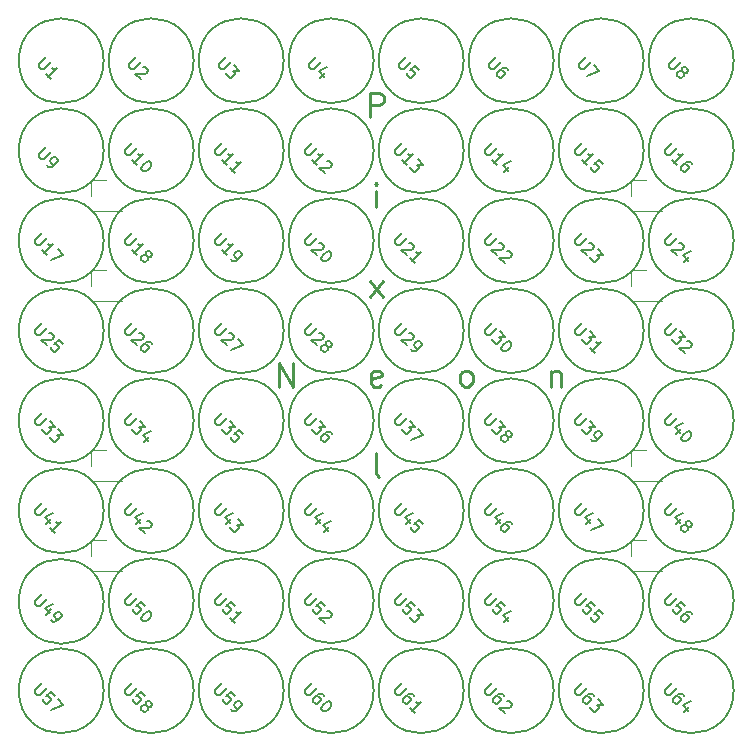
<source format=gbr>
G04 #@! TF.GenerationSoftware,KiCad,Pcbnew,(5.1.4)-1*
G04 #@! TF.CreationDate,2020-05-19T09:12:06+02:00*
G04 #@! TF.ProjectId,neonpixelmatrix,6e656f6e-7069-4786-956c-6d6174726978,rev?*
G04 #@! TF.SameCoordinates,Original*
G04 #@! TF.FileFunction,Legend,Top*
G04 #@! TF.FilePolarity,Positive*
%FSLAX46Y46*%
G04 Gerber Fmt 4.6, Leading zero omitted, Abs format (unit mm)*
G04 Created by KiCad (PCBNEW (5.1.4)-1) date 2020-05-19 09:12:06*
%MOMM*%
%LPD*%
G04 APERTURE LIST*
%ADD10C,0.254000*%
%ADD11C,0.150000*%
%ADD12C,0.120000*%
G04 APERTURE END LIST*
D10*
X133591904Y-52989238D02*
X133398380Y-52892476D01*
X133301619Y-52698952D01*
X133301619Y-50957238D01*
X132817809Y-37749238D02*
X133882190Y-36394571D01*
X132817809Y-36394571D02*
X133882190Y-37749238D01*
X133350000Y-30129238D02*
X133350000Y-28774571D01*
X133350000Y-28097238D02*
X133253238Y-28194000D01*
X133350000Y-28290761D01*
X133446761Y-28194000D01*
X133350000Y-28097238D01*
X133350000Y-28290761D01*
X132817809Y-22509238D02*
X132817809Y-20477238D01*
X133591904Y-20477238D01*
X133785428Y-20574000D01*
X133882190Y-20670761D01*
X133978952Y-20864285D01*
X133978952Y-21154571D01*
X133882190Y-21348095D01*
X133785428Y-21444857D01*
X133591904Y-21541619D01*
X132817809Y-21541619D01*
X148154571Y-44014571D02*
X148154571Y-45369238D01*
X148154571Y-44208095D02*
X148251333Y-44111333D01*
X148444857Y-44014571D01*
X148735142Y-44014571D01*
X148928666Y-44111333D01*
X149025428Y-44304857D01*
X149025428Y-45369238D01*
X140824857Y-45369238D02*
X140631333Y-45272476D01*
X140534571Y-45175714D01*
X140437809Y-44982190D01*
X140437809Y-44401619D01*
X140534571Y-44208095D01*
X140631333Y-44111333D01*
X140824857Y-44014571D01*
X141115142Y-44014571D01*
X141308666Y-44111333D01*
X141405428Y-44208095D01*
X141502190Y-44401619D01*
X141502190Y-44982190D01*
X141405428Y-45175714D01*
X141308666Y-45272476D01*
X141115142Y-45369238D01*
X140824857Y-45369238D01*
X133737047Y-45272476D02*
X133543523Y-45369238D01*
X133156476Y-45369238D01*
X132962952Y-45272476D01*
X132866190Y-45078952D01*
X132866190Y-44304857D01*
X132962952Y-44111333D01*
X133156476Y-44014571D01*
X133543523Y-44014571D01*
X133737047Y-44111333D01*
X133833809Y-44304857D01*
X133833809Y-44498380D01*
X132866190Y-44691904D01*
X125149428Y-45369238D02*
X125149428Y-43337238D01*
X126310571Y-45369238D01*
X126310571Y-43337238D01*
D11*
X133132102Y-40640000D02*
G75*
G03X133132102Y-40640000I-3592102J0D01*
G01*
D12*
X109160000Y-53400000D02*
X111820000Y-53400000D01*
X109160000Y-53340000D02*
X109160000Y-53400000D01*
X111820000Y-53340000D02*
X111820000Y-53400000D01*
X109160000Y-53340000D02*
X111820000Y-53340000D01*
X109160000Y-52070000D02*
X109160000Y-50740000D01*
X109160000Y-50740000D02*
X110490000Y-50740000D01*
X154880000Y-53400000D02*
X157540000Y-53400000D01*
X154880000Y-53340000D02*
X154880000Y-53400000D01*
X157540000Y-53340000D02*
X157540000Y-53400000D01*
X154880000Y-53340000D02*
X157540000Y-53340000D01*
X154880000Y-52070000D02*
X154880000Y-50740000D01*
X154880000Y-50740000D02*
X156210000Y-50740000D01*
X154880000Y-61020000D02*
X157540000Y-61020000D01*
X154880000Y-60960000D02*
X154880000Y-61020000D01*
X157540000Y-60960000D02*
X157540000Y-61020000D01*
X154880000Y-60960000D02*
X157540000Y-60960000D01*
X154880000Y-59690000D02*
X154880000Y-58360000D01*
X154880000Y-58360000D02*
X156210000Y-58360000D01*
X154880000Y-30540000D02*
X157540000Y-30540000D01*
X154880000Y-30480000D02*
X154880000Y-30540000D01*
X157540000Y-30480000D02*
X157540000Y-30540000D01*
X154880000Y-30480000D02*
X157540000Y-30480000D01*
X154880000Y-29210000D02*
X154880000Y-27880000D01*
X154880000Y-27880000D02*
X156210000Y-27880000D01*
X154880000Y-38160000D02*
X157540000Y-38160000D01*
X154880000Y-38100000D02*
X154880000Y-38160000D01*
X157540000Y-38100000D02*
X157540000Y-38160000D01*
X154880000Y-38100000D02*
X157540000Y-38100000D01*
X154880000Y-36830000D02*
X154880000Y-35500000D01*
X154880000Y-35500000D02*
X156210000Y-35500000D01*
X109160000Y-30540000D02*
X111820000Y-30540000D01*
X109160000Y-30480000D02*
X109160000Y-30540000D01*
X111820000Y-30480000D02*
X111820000Y-30540000D01*
X109160000Y-30480000D02*
X111820000Y-30480000D01*
X109160000Y-29210000D02*
X109160000Y-27880000D01*
X109160000Y-27880000D02*
X110490000Y-27880000D01*
X109160000Y-38160000D02*
X111820000Y-38160000D01*
X109160000Y-38100000D02*
X109160000Y-38160000D01*
X111820000Y-38100000D02*
X111820000Y-38160000D01*
X109160000Y-38100000D02*
X111820000Y-38100000D01*
X109160000Y-36830000D02*
X109160000Y-35500000D01*
X109160000Y-35500000D02*
X110490000Y-35500000D01*
X109160000Y-61020000D02*
X111820000Y-61020000D01*
X109160000Y-60960000D02*
X109160000Y-61020000D01*
X111820000Y-60960000D02*
X111820000Y-61020000D01*
X109160000Y-60960000D02*
X111820000Y-60960000D01*
X109160000Y-59690000D02*
X109160000Y-58360000D01*
X109160000Y-58360000D02*
X110490000Y-58360000D01*
D11*
X163612102Y-71120000D02*
G75*
G03X163612102Y-71120000I-3592102J0D01*
G01*
X155992102Y-71120000D02*
G75*
G03X155992102Y-71120000I-3592102J0D01*
G01*
X148372102Y-71120000D02*
G75*
G03X148372102Y-71120000I-3592102J0D01*
G01*
X140752102Y-71120000D02*
G75*
G03X140752102Y-71120000I-3592102J0D01*
G01*
X133132102Y-71120000D02*
G75*
G03X133132102Y-71120000I-3592102J0D01*
G01*
X125512102Y-71120000D02*
G75*
G03X125512102Y-71120000I-3592102J0D01*
G01*
X117892102Y-71120000D02*
G75*
G03X117892102Y-71120000I-3592102J0D01*
G01*
X110272102Y-71120000D02*
G75*
G03X110272102Y-71120000I-3592102J0D01*
G01*
X163612102Y-63500000D02*
G75*
G03X163612102Y-63500000I-3592102J0D01*
G01*
X155992102Y-63500000D02*
G75*
G03X155992102Y-63500000I-3592102J0D01*
G01*
X148372102Y-63500000D02*
G75*
G03X148372102Y-63500000I-3592102J0D01*
G01*
X140752102Y-63500000D02*
G75*
G03X140752102Y-63500000I-3592102J0D01*
G01*
X133132102Y-63500000D02*
G75*
G03X133132102Y-63500000I-3592102J0D01*
G01*
X125512102Y-63500000D02*
G75*
G03X125512102Y-63500000I-3592102J0D01*
G01*
X117892102Y-63500000D02*
G75*
G03X117892102Y-63500000I-3592102J0D01*
G01*
X110272102Y-63552102D02*
G75*
G03X110272102Y-63552102I-3592102J0D01*
G01*
X163612102Y-55880000D02*
G75*
G03X163612102Y-55880000I-3592102J0D01*
G01*
X155992102Y-55880000D02*
G75*
G03X155992102Y-55880000I-3592102J0D01*
G01*
X148372102Y-55880000D02*
G75*
G03X148372102Y-55880000I-3592102J0D01*
G01*
X140752102Y-55880000D02*
G75*
G03X140752102Y-55880000I-3592102J0D01*
G01*
X133132102Y-55880000D02*
G75*
G03X133132102Y-55880000I-3592102J0D01*
G01*
X125512102Y-55880000D02*
G75*
G03X125512102Y-55880000I-3592102J0D01*
G01*
X117892102Y-55880000D02*
G75*
G03X117892102Y-55880000I-3592102J0D01*
G01*
X110272102Y-55880000D02*
G75*
G03X110272102Y-55880000I-3592102J0D01*
G01*
X163612102Y-48260000D02*
G75*
G03X163612102Y-48260000I-3592102J0D01*
G01*
X155992102Y-48260000D02*
G75*
G03X155992102Y-48260000I-3592102J0D01*
G01*
X148372102Y-48260000D02*
G75*
G03X148372102Y-48260000I-3592102J0D01*
G01*
X140752102Y-48260000D02*
G75*
G03X140752102Y-48260000I-3592102J0D01*
G01*
X133132102Y-48260000D02*
G75*
G03X133132102Y-48260000I-3592102J0D01*
G01*
X125512102Y-48260000D02*
G75*
G03X125512102Y-48260000I-3592102J0D01*
G01*
X117892102Y-48260000D02*
G75*
G03X117892102Y-48260000I-3592102J0D01*
G01*
X110272102Y-48260000D02*
G75*
G03X110272102Y-48260000I-3592102J0D01*
G01*
X163612102Y-40640000D02*
G75*
G03X163612102Y-40640000I-3592102J0D01*
G01*
X155992102Y-40640000D02*
G75*
G03X155992102Y-40640000I-3592102J0D01*
G01*
X148372102Y-40640000D02*
G75*
G03X148372102Y-40640000I-3592102J0D01*
G01*
X140752102Y-40640000D02*
G75*
G03X140752102Y-40640000I-3592102J0D01*
G01*
X125512102Y-40640000D02*
G75*
G03X125512102Y-40640000I-3592102J0D01*
G01*
X117892102Y-40640000D02*
G75*
G03X117892102Y-40640000I-3592102J0D01*
G01*
X110272102Y-40640000D02*
G75*
G03X110272102Y-40640000I-3592102J0D01*
G01*
X163612102Y-33020000D02*
G75*
G03X163612102Y-33020000I-3592102J0D01*
G01*
X155992102Y-33020000D02*
G75*
G03X155992102Y-33020000I-3592102J0D01*
G01*
X148372102Y-33020000D02*
G75*
G03X148372102Y-33020000I-3592102J0D01*
G01*
X140752102Y-33020000D02*
G75*
G03X140752102Y-33020000I-3592102J0D01*
G01*
X133132102Y-33020000D02*
G75*
G03X133132102Y-33020000I-3592102J0D01*
G01*
X125512102Y-33020000D02*
G75*
G03X125512102Y-33020000I-3592102J0D01*
G01*
X117892102Y-33020000D02*
G75*
G03X117892102Y-33020000I-3592102J0D01*
G01*
X110272102Y-33020000D02*
G75*
G03X110272102Y-33020000I-3592102J0D01*
G01*
X163612102Y-25400000D02*
G75*
G03X163612102Y-25400000I-3592102J0D01*
G01*
X155992102Y-25400000D02*
G75*
G03X155992102Y-25400000I-3592102J0D01*
G01*
X148372102Y-25400000D02*
G75*
G03X148372102Y-25400000I-3592102J0D01*
G01*
X140752102Y-25400000D02*
G75*
G03X140752102Y-25400000I-3592102J0D01*
G01*
X133132102Y-25400000D02*
G75*
G03X133132102Y-25400000I-3592102J0D01*
G01*
X125512102Y-25400000D02*
G75*
G03X125512102Y-25400000I-3592102J0D01*
G01*
X117892102Y-25400000D02*
G75*
G03X117892102Y-25400000I-3592102J0D01*
G01*
X110272102Y-25400000D02*
G75*
G03X110272102Y-25400000I-3592102J0D01*
G01*
X163612102Y-17780000D02*
G75*
G03X163612102Y-17780000I-3592102J0D01*
G01*
X155992102Y-17780000D02*
G75*
G03X155992102Y-17780000I-3592102J0D01*
G01*
X148372102Y-17780000D02*
G75*
G03X148372102Y-17780000I-3592102J0D01*
G01*
X140752102Y-17780000D02*
G75*
G03X140752102Y-17780000I-3592102J0D01*
G01*
X133132102Y-17780000D02*
G75*
G03X133132102Y-17780000I-3592102J0D01*
G01*
X125512102Y-17780000D02*
G75*
G03X125512102Y-17780000I-3592102J0D01*
G01*
X117892102Y-17780000D02*
G75*
G03X117892102Y-17780000I-3592102J0D01*
G01*
X110272102Y-17780000D02*
G75*
G03X110272102Y-17780000I-3592102J0D01*
G01*
X127902286Y-40023887D02*
X127329866Y-40596307D01*
X127296195Y-40697322D01*
X127296195Y-40764665D01*
X127329866Y-40865681D01*
X127464553Y-41000368D01*
X127565569Y-41034039D01*
X127632912Y-41034039D01*
X127733927Y-41000368D01*
X128306347Y-40427948D01*
X128542049Y-40798337D02*
X128609393Y-40798337D01*
X128710408Y-40832009D01*
X128878767Y-41000368D01*
X128912439Y-41101383D01*
X128912439Y-41168726D01*
X128878767Y-41269742D01*
X128811423Y-41337085D01*
X128676736Y-41404429D01*
X127868614Y-41404429D01*
X128306347Y-41842161D01*
X129114469Y-41842161D02*
X129080797Y-41741146D01*
X129080797Y-41673803D01*
X129114469Y-41572787D01*
X129148141Y-41539116D01*
X129249156Y-41505444D01*
X129316500Y-41505444D01*
X129417515Y-41539116D01*
X129552202Y-41673803D01*
X129585874Y-41774818D01*
X129585874Y-41842161D01*
X129552202Y-41943177D01*
X129518530Y-41976848D01*
X129417515Y-42010520D01*
X129350171Y-42010520D01*
X129249156Y-41976848D01*
X129114469Y-41842161D01*
X129013454Y-41808490D01*
X128946110Y-41808490D01*
X128845095Y-41842161D01*
X128710408Y-41976848D01*
X128676736Y-42077864D01*
X128676736Y-42145207D01*
X128710408Y-42246222D01*
X128845095Y-42380909D01*
X128946110Y-42414581D01*
X129013454Y-42414581D01*
X129114469Y-42380909D01*
X129249156Y-42246222D01*
X129282828Y-42145207D01*
X129282828Y-42077864D01*
X129249156Y-41976848D01*
X158382286Y-70503887D02*
X157809866Y-71076307D01*
X157776195Y-71177322D01*
X157776195Y-71244665D01*
X157809866Y-71345681D01*
X157944553Y-71480368D01*
X158045569Y-71514039D01*
X158112912Y-71514039D01*
X158213927Y-71480368D01*
X158786347Y-70907948D01*
X159426110Y-71547711D02*
X159291423Y-71413024D01*
X159190408Y-71379352D01*
X159123065Y-71379352D01*
X158954706Y-71413024D01*
X158786347Y-71514039D01*
X158516973Y-71783413D01*
X158483301Y-71884429D01*
X158483301Y-71951772D01*
X158516973Y-72052787D01*
X158651660Y-72187474D01*
X158752675Y-72221146D01*
X158820019Y-72221146D01*
X158921034Y-72187474D01*
X159089393Y-72019116D01*
X159123065Y-71918100D01*
X159123065Y-71850757D01*
X159089393Y-71749742D01*
X158954706Y-71615055D01*
X158853691Y-71581383D01*
X158786347Y-71581383D01*
X158685332Y-71615055D01*
X159863843Y-72456848D02*
X159392439Y-72928253D01*
X159964858Y-72019116D02*
X159291423Y-72355833D01*
X159729156Y-72793566D01*
X150762286Y-70503887D02*
X150189866Y-71076307D01*
X150156195Y-71177322D01*
X150156195Y-71244665D01*
X150189866Y-71345681D01*
X150324553Y-71480368D01*
X150425569Y-71514039D01*
X150492912Y-71514039D01*
X150593927Y-71480368D01*
X151166347Y-70907948D01*
X151806110Y-71547711D02*
X151671423Y-71413024D01*
X151570408Y-71379352D01*
X151503065Y-71379352D01*
X151334706Y-71413024D01*
X151166347Y-71514039D01*
X150896973Y-71783413D01*
X150863301Y-71884429D01*
X150863301Y-71951772D01*
X150896973Y-72052787D01*
X151031660Y-72187474D01*
X151132675Y-72221146D01*
X151200019Y-72221146D01*
X151301034Y-72187474D01*
X151469393Y-72019116D01*
X151503065Y-71918100D01*
X151503065Y-71850757D01*
X151469393Y-71749742D01*
X151334706Y-71615055D01*
X151233691Y-71581383D01*
X151166347Y-71581383D01*
X151065332Y-71615055D01*
X152109156Y-71850757D02*
X152546889Y-72288490D01*
X152041813Y-72322161D01*
X152142828Y-72423177D01*
X152176500Y-72524192D01*
X152176500Y-72591535D01*
X152142828Y-72692551D01*
X151974469Y-72860909D01*
X151873454Y-72894581D01*
X151806110Y-72894581D01*
X151705095Y-72860909D01*
X151503065Y-72658879D01*
X151469393Y-72557864D01*
X151469393Y-72490520D01*
X143142286Y-70503887D02*
X142569866Y-71076307D01*
X142536195Y-71177322D01*
X142536195Y-71244665D01*
X142569866Y-71345681D01*
X142704553Y-71480368D01*
X142805569Y-71514039D01*
X142872912Y-71514039D01*
X142973927Y-71480368D01*
X143546347Y-70907948D01*
X144186110Y-71547711D02*
X144051423Y-71413024D01*
X143950408Y-71379352D01*
X143883065Y-71379352D01*
X143714706Y-71413024D01*
X143546347Y-71514039D01*
X143276973Y-71783413D01*
X143243301Y-71884429D01*
X143243301Y-71951772D01*
X143276973Y-72052787D01*
X143411660Y-72187474D01*
X143512675Y-72221146D01*
X143580019Y-72221146D01*
X143681034Y-72187474D01*
X143849393Y-72019116D01*
X143883065Y-71918100D01*
X143883065Y-71850757D01*
X143849393Y-71749742D01*
X143714706Y-71615055D01*
X143613691Y-71581383D01*
X143546347Y-71581383D01*
X143445332Y-71615055D01*
X144455484Y-71951772D02*
X144522828Y-71951772D01*
X144623843Y-71985444D01*
X144792202Y-72153803D01*
X144825874Y-72254818D01*
X144825874Y-72322161D01*
X144792202Y-72423177D01*
X144724858Y-72490520D01*
X144590171Y-72557864D01*
X143782049Y-72557864D01*
X144219782Y-72995596D01*
X135522286Y-70503887D02*
X134949866Y-71076307D01*
X134916195Y-71177322D01*
X134916195Y-71244665D01*
X134949866Y-71345681D01*
X135084553Y-71480368D01*
X135185569Y-71514039D01*
X135252912Y-71514039D01*
X135353927Y-71480368D01*
X135926347Y-70907948D01*
X136566110Y-71547711D02*
X136431423Y-71413024D01*
X136330408Y-71379352D01*
X136263065Y-71379352D01*
X136094706Y-71413024D01*
X135926347Y-71514039D01*
X135656973Y-71783413D01*
X135623301Y-71884429D01*
X135623301Y-71951772D01*
X135656973Y-72052787D01*
X135791660Y-72187474D01*
X135892675Y-72221146D01*
X135960019Y-72221146D01*
X136061034Y-72187474D01*
X136229393Y-72019116D01*
X136263065Y-71918100D01*
X136263065Y-71850757D01*
X136229393Y-71749742D01*
X136094706Y-71615055D01*
X135993691Y-71581383D01*
X135926347Y-71581383D01*
X135825332Y-71615055D01*
X136599782Y-72995596D02*
X136195721Y-72591535D01*
X136397752Y-72793566D02*
X137104858Y-72086459D01*
X136936500Y-72120131D01*
X136801813Y-72120131D01*
X136700797Y-72086459D01*
X127902286Y-70503887D02*
X127329866Y-71076307D01*
X127296195Y-71177322D01*
X127296195Y-71244665D01*
X127329866Y-71345681D01*
X127464553Y-71480368D01*
X127565569Y-71514039D01*
X127632912Y-71514039D01*
X127733927Y-71480368D01*
X128306347Y-70907948D01*
X128946110Y-71547711D02*
X128811423Y-71413024D01*
X128710408Y-71379352D01*
X128643065Y-71379352D01*
X128474706Y-71413024D01*
X128306347Y-71514039D01*
X128036973Y-71783413D01*
X128003301Y-71884429D01*
X128003301Y-71951772D01*
X128036973Y-72052787D01*
X128171660Y-72187474D01*
X128272675Y-72221146D01*
X128340019Y-72221146D01*
X128441034Y-72187474D01*
X128609393Y-72019116D01*
X128643065Y-71918100D01*
X128643065Y-71850757D01*
X128609393Y-71749742D01*
X128474706Y-71615055D01*
X128373691Y-71581383D01*
X128306347Y-71581383D01*
X128205332Y-71615055D01*
X129451187Y-72052787D02*
X129518530Y-72120131D01*
X129552202Y-72221146D01*
X129552202Y-72288490D01*
X129518530Y-72389505D01*
X129417515Y-72557864D01*
X129249156Y-72726222D01*
X129080797Y-72827238D01*
X128979782Y-72860909D01*
X128912439Y-72860909D01*
X128811423Y-72827238D01*
X128744080Y-72759894D01*
X128710408Y-72658879D01*
X128710408Y-72591535D01*
X128744080Y-72490520D01*
X128845095Y-72322161D01*
X129013454Y-72153803D01*
X129181813Y-72052787D01*
X129282828Y-72019116D01*
X129350171Y-72019116D01*
X129451187Y-72052787D01*
X120282286Y-70503887D02*
X119709866Y-71076307D01*
X119676195Y-71177322D01*
X119676195Y-71244665D01*
X119709866Y-71345681D01*
X119844553Y-71480368D01*
X119945569Y-71514039D01*
X120012912Y-71514039D01*
X120113927Y-71480368D01*
X120686347Y-70907948D01*
X121359782Y-71581383D02*
X121023065Y-71244665D01*
X120652675Y-71547711D01*
X120720019Y-71547711D01*
X120821034Y-71581383D01*
X120989393Y-71749742D01*
X121023065Y-71850757D01*
X121023065Y-71918100D01*
X120989393Y-72019116D01*
X120821034Y-72187474D01*
X120720019Y-72221146D01*
X120652675Y-72221146D01*
X120551660Y-72187474D01*
X120383301Y-72019116D01*
X120349630Y-71918100D01*
X120349630Y-71850757D01*
X121023065Y-72658879D02*
X121157752Y-72793566D01*
X121258767Y-72827238D01*
X121326110Y-72827238D01*
X121494469Y-72793566D01*
X121662828Y-72692551D01*
X121932202Y-72423177D01*
X121965874Y-72322161D01*
X121965874Y-72254818D01*
X121932202Y-72153803D01*
X121797515Y-72019116D01*
X121696500Y-71985444D01*
X121629156Y-71985444D01*
X121528141Y-72019116D01*
X121359782Y-72187474D01*
X121326110Y-72288490D01*
X121326110Y-72355833D01*
X121359782Y-72456848D01*
X121494469Y-72591535D01*
X121595484Y-72625207D01*
X121662828Y-72625207D01*
X121763843Y-72591535D01*
X112662286Y-70503887D02*
X112089866Y-71076307D01*
X112056195Y-71177322D01*
X112056195Y-71244665D01*
X112089866Y-71345681D01*
X112224553Y-71480368D01*
X112325569Y-71514039D01*
X112392912Y-71514039D01*
X112493927Y-71480368D01*
X113066347Y-70907948D01*
X113739782Y-71581383D02*
X113403065Y-71244665D01*
X113032675Y-71547711D01*
X113100019Y-71547711D01*
X113201034Y-71581383D01*
X113369393Y-71749742D01*
X113403065Y-71850757D01*
X113403065Y-71918100D01*
X113369393Y-72019116D01*
X113201034Y-72187474D01*
X113100019Y-72221146D01*
X113032675Y-72221146D01*
X112931660Y-72187474D01*
X112763301Y-72019116D01*
X112729630Y-71918100D01*
X112729630Y-71850757D01*
X113874469Y-72322161D02*
X113840797Y-72221146D01*
X113840797Y-72153803D01*
X113874469Y-72052787D01*
X113908141Y-72019116D01*
X114009156Y-71985444D01*
X114076500Y-71985444D01*
X114177515Y-72019116D01*
X114312202Y-72153803D01*
X114345874Y-72254818D01*
X114345874Y-72322161D01*
X114312202Y-72423177D01*
X114278530Y-72456848D01*
X114177515Y-72490520D01*
X114110171Y-72490520D01*
X114009156Y-72456848D01*
X113874469Y-72322161D01*
X113773454Y-72288490D01*
X113706110Y-72288490D01*
X113605095Y-72322161D01*
X113470408Y-72456848D01*
X113436736Y-72557864D01*
X113436736Y-72625207D01*
X113470408Y-72726222D01*
X113605095Y-72860909D01*
X113706110Y-72894581D01*
X113773454Y-72894581D01*
X113874469Y-72860909D01*
X114009156Y-72726222D01*
X114042828Y-72625207D01*
X114042828Y-72557864D01*
X114009156Y-72456848D01*
X105042286Y-70503887D02*
X104469866Y-71076307D01*
X104436195Y-71177322D01*
X104436195Y-71244665D01*
X104469866Y-71345681D01*
X104604553Y-71480368D01*
X104705569Y-71514039D01*
X104772912Y-71514039D01*
X104873927Y-71480368D01*
X105446347Y-70907948D01*
X106119782Y-71581383D02*
X105783065Y-71244665D01*
X105412675Y-71547711D01*
X105480019Y-71547711D01*
X105581034Y-71581383D01*
X105749393Y-71749742D01*
X105783065Y-71850757D01*
X105783065Y-71918100D01*
X105749393Y-72019116D01*
X105581034Y-72187474D01*
X105480019Y-72221146D01*
X105412675Y-72221146D01*
X105311660Y-72187474D01*
X105143301Y-72019116D01*
X105109630Y-71918100D01*
X105109630Y-71850757D01*
X106389156Y-71850757D02*
X106860561Y-72322161D01*
X105850408Y-72726222D01*
X158382286Y-62883887D02*
X157809866Y-63456307D01*
X157776195Y-63557322D01*
X157776195Y-63624665D01*
X157809866Y-63725681D01*
X157944553Y-63860368D01*
X158045569Y-63894039D01*
X158112912Y-63894039D01*
X158213927Y-63860368D01*
X158786347Y-63287948D01*
X159459782Y-63961383D02*
X159123065Y-63624665D01*
X158752675Y-63927711D01*
X158820019Y-63927711D01*
X158921034Y-63961383D01*
X159089393Y-64129742D01*
X159123065Y-64230757D01*
X159123065Y-64298100D01*
X159089393Y-64399116D01*
X158921034Y-64567474D01*
X158820019Y-64601146D01*
X158752675Y-64601146D01*
X158651660Y-64567474D01*
X158483301Y-64399116D01*
X158449630Y-64298100D01*
X158449630Y-64230757D01*
X160099545Y-64601146D02*
X159964858Y-64466459D01*
X159863843Y-64432787D01*
X159796500Y-64432787D01*
X159628141Y-64466459D01*
X159459782Y-64567474D01*
X159190408Y-64836848D01*
X159156736Y-64937864D01*
X159156736Y-65005207D01*
X159190408Y-65106222D01*
X159325095Y-65240909D01*
X159426110Y-65274581D01*
X159493454Y-65274581D01*
X159594469Y-65240909D01*
X159762828Y-65072551D01*
X159796500Y-64971535D01*
X159796500Y-64904192D01*
X159762828Y-64803177D01*
X159628141Y-64668490D01*
X159527126Y-64634818D01*
X159459782Y-64634818D01*
X159358767Y-64668490D01*
X150762286Y-62883887D02*
X150189866Y-63456307D01*
X150156195Y-63557322D01*
X150156195Y-63624665D01*
X150189866Y-63725681D01*
X150324553Y-63860368D01*
X150425569Y-63894039D01*
X150492912Y-63894039D01*
X150593927Y-63860368D01*
X151166347Y-63287948D01*
X151839782Y-63961383D02*
X151503065Y-63624665D01*
X151132675Y-63927711D01*
X151200019Y-63927711D01*
X151301034Y-63961383D01*
X151469393Y-64129742D01*
X151503065Y-64230757D01*
X151503065Y-64298100D01*
X151469393Y-64399116D01*
X151301034Y-64567474D01*
X151200019Y-64601146D01*
X151132675Y-64601146D01*
X151031660Y-64567474D01*
X150863301Y-64399116D01*
X150829630Y-64298100D01*
X150829630Y-64230757D01*
X152513217Y-64634818D02*
X152176500Y-64298100D01*
X151806110Y-64601146D01*
X151873454Y-64601146D01*
X151974469Y-64634818D01*
X152142828Y-64803177D01*
X152176500Y-64904192D01*
X152176500Y-64971535D01*
X152142828Y-65072551D01*
X151974469Y-65240909D01*
X151873454Y-65274581D01*
X151806110Y-65274581D01*
X151705095Y-65240909D01*
X151536736Y-65072551D01*
X151503065Y-64971535D01*
X151503065Y-64904192D01*
X143142286Y-62883887D02*
X142569866Y-63456307D01*
X142536195Y-63557322D01*
X142536195Y-63624665D01*
X142569866Y-63725681D01*
X142704553Y-63860368D01*
X142805569Y-63894039D01*
X142872912Y-63894039D01*
X142973927Y-63860368D01*
X143546347Y-63287948D01*
X144219782Y-63961383D02*
X143883065Y-63624665D01*
X143512675Y-63927711D01*
X143580019Y-63927711D01*
X143681034Y-63961383D01*
X143849393Y-64129742D01*
X143883065Y-64230757D01*
X143883065Y-64298100D01*
X143849393Y-64399116D01*
X143681034Y-64567474D01*
X143580019Y-64601146D01*
X143512675Y-64601146D01*
X143411660Y-64567474D01*
X143243301Y-64399116D01*
X143209630Y-64298100D01*
X143209630Y-64230757D01*
X144623843Y-64836848D02*
X144152439Y-65308253D01*
X144724858Y-64399116D02*
X144051423Y-64735833D01*
X144489156Y-65173566D01*
X135522286Y-62883887D02*
X134949866Y-63456307D01*
X134916195Y-63557322D01*
X134916195Y-63624665D01*
X134949866Y-63725681D01*
X135084553Y-63860368D01*
X135185569Y-63894039D01*
X135252912Y-63894039D01*
X135353927Y-63860368D01*
X135926347Y-63287948D01*
X136599782Y-63961383D02*
X136263065Y-63624665D01*
X135892675Y-63927711D01*
X135960019Y-63927711D01*
X136061034Y-63961383D01*
X136229393Y-64129742D01*
X136263065Y-64230757D01*
X136263065Y-64298100D01*
X136229393Y-64399116D01*
X136061034Y-64567474D01*
X135960019Y-64601146D01*
X135892675Y-64601146D01*
X135791660Y-64567474D01*
X135623301Y-64399116D01*
X135589630Y-64298100D01*
X135589630Y-64230757D01*
X136869156Y-64230757D02*
X137306889Y-64668490D01*
X136801813Y-64702161D01*
X136902828Y-64803177D01*
X136936500Y-64904192D01*
X136936500Y-64971535D01*
X136902828Y-65072551D01*
X136734469Y-65240909D01*
X136633454Y-65274581D01*
X136566110Y-65274581D01*
X136465095Y-65240909D01*
X136263065Y-65038879D01*
X136229393Y-64937864D01*
X136229393Y-64870520D01*
X127902286Y-62883887D02*
X127329866Y-63456307D01*
X127296195Y-63557322D01*
X127296195Y-63624665D01*
X127329866Y-63725681D01*
X127464553Y-63860368D01*
X127565569Y-63894039D01*
X127632912Y-63894039D01*
X127733927Y-63860368D01*
X128306347Y-63287948D01*
X128979782Y-63961383D02*
X128643065Y-63624665D01*
X128272675Y-63927711D01*
X128340019Y-63927711D01*
X128441034Y-63961383D01*
X128609393Y-64129742D01*
X128643065Y-64230757D01*
X128643065Y-64298100D01*
X128609393Y-64399116D01*
X128441034Y-64567474D01*
X128340019Y-64601146D01*
X128272675Y-64601146D01*
X128171660Y-64567474D01*
X128003301Y-64399116D01*
X127969630Y-64298100D01*
X127969630Y-64230757D01*
X129215484Y-64331772D02*
X129282828Y-64331772D01*
X129383843Y-64365444D01*
X129552202Y-64533803D01*
X129585874Y-64634818D01*
X129585874Y-64702161D01*
X129552202Y-64803177D01*
X129484858Y-64870520D01*
X129350171Y-64937864D01*
X128542049Y-64937864D01*
X128979782Y-65375596D01*
X120282286Y-62883887D02*
X119709866Y-63456307D01*
X119676195Y-63557322D01*
X119676195Y-63624665D01*
X119709866Y-63725681D01*
X119844553Y-63860368D01*
X119945569Y-63894039D01*
X120012912Y-63894039D01*
X120113927Y-63860368D01*
X120686347Y-63287948D01*
X121359782Y-63961383D02*
X121023065Y-63624665D01*
X120652675Y-63927711D01*
X120720019Y-63927711D01*
X120821034Y-63961383D01*
X120989393Y-64129742D01*
X121023065Y-64230757D01*
X121023065Y-64298100D01*
X120989393Y-64399116D01*
X120821034Y-64567474D01*
X120720019Y-64601146D01*
X120652675Y-64601146D01*
X120551660Y-64567474D01*
X120383301Y-64399116D01*
X120349630Y-64298100D01*
X120349630Y-64230757D01*
X121359782Y-65375596D02*
X120955721Y-64971535D01*
X121157752Y-65173566D02*
X121864858Y-64466459D01*
X121696500Y-64500131D01*
X121561813Y-64500131D01*
X121460797Y-64466459D01*
X112662286Y-62883887D02*
X112089866Y-63456307D01*
X112056195Y-63557322D01*
X112056195Y-63624665D01*
X112089866Y-63725681D01*
X112224553Y-63860368D01*
X112325569Y-63894039D01*
X112392912Y-63894039D01*
X112493927Y-63860368D01*
X113066347Y-63287948D01*
X113739782Y-63961383D02*
X113403065Y-63624665D01*
X113032675Y-63927711D01*
X113100019Y-63927711D01*
X113201034Y-63961383D01*
X113369393Y-64129742D01*
X113403065Y-64230757D01*
X113403065Y-64298100D01*
X113369393Y-64399116D01*
X113201034Y-64567474D01*
X113100019Y-64601146D01*
X113032675Y-64601146D01*
X112931660Y-64567474D01*
X112763301Y-64399116D01*
X112729630Y-64298100D01*
X112729630Y-64230757D01*
X114211187Y-64432787D02*
X114278530Y-64500131D01*
X114312202Y-64601146D01*
X114312202Y-64668490D01*
X114278530Y-64769505D01*
X114177515Y-64937864D01*
X114009156Y-65106222D01*
X113840797Y-65207238D01*
X113739782Y-65240909D01*
X113672439Y-65240909D01*
X113571423Y-65207238D01*
X113504080Y-65139894D01*
X113470408Y-65038879D01*
X113470408Y-64971535D01*
X113504080Y-64870520D01*
X113605095Y-64702161D01*
X113773454Y-64533803D01*
X113941813Y-64432787D01*
X114042828Y-64399116D01*
X114110171Y-64399116D01*
X114211187Y-64432787D01*
X105042286Y-62935989D02*
X104469866Y-63508409D01*
X104436195Y-63609424D01*
X104436195Y-63676767D01*
X104469866Y-63777783D01*
X104604553Y-63912470D01*
X104705569Y-63946141D01*
X104772912Y-63946141D01*
X104873927Y-63912470D01*
X105446347Y-63340050D01*
X105850408Y-64215515D02*
X105379004Y-64686920D01*
X105951423Y-63777783D02*
X105277988Y-64114500D01*
X105715721Y-64552233D01*
X105783065Y-65090981D02*
X105917752Y-65225668D01*
X106018767Y-65259340D01*
X106086110Y-65259340D01*
X106254469Y-65225668D01*
X106422828Y-65124653D01*
X106692202Y-64855279D01*
X106725874Y-64754263D01*
X106725874Y-64686920D01*
X106692202Y-64585905D01*
X106557515Y-64451218D01*
X106456500Y-64417546D01*
X106389156Y-64417546D01*
X106288141Y-64451218D01*
X106119782Y-64619576D01*
X106086110Y-64720592D01*
X106086110Y-64787935D01*
X106119782Y-64888950D01*
X106254469Y-65023637D01*
X106355484Y-65057309D01*
X106422828Y-65057309D01*
X106523843Y-65023637D01*
X158382286Y-55263887D02*
X157809866Y-55836307D01*
X157776195Y-55937322D01*
X157776195Y-56004665D01*
X157809866Y-56105681D01*
X157944553Y-56240368D01*
X158045569Y-56274039D01*
X158112912Y-56274039D01*
X158213927Y-56240368D01*
X158786347Y-55667948D01*
X159190408Y-56543413D02*
X158719004Y-57014818D01*
X159291423Y-56105681D02*
X158617988Y-56442398D01*
X159055721Y-56880131D01*
X159594469Y-57082161D02*
X159560797Y-56981146D01*
X159560797Y-56913803D01*
X159594469Y-56812787D01*
X159628141Y-56779116D01*
X159729156Y-56745444D01*
X159796500Y-56745444D01*
X159897515Y-56779116D01*
X160032202Y-56913803D01*
X160065874Y-57014818D01*
X160065874Y-57082161D01*
X160032202Y-57183177D01*
X159998530Y-57216848D01*
X159897515Y-57250520D01*
X159830171Y-57250520D01*
X159729156Y-57216848D01*
X159594469Y-57082161D01*
X159493454Y-57048490D01*
X159426110Y-57048490D01*
X159325095Y-57082161D01*
X159190408Y-57216848D01*
X159156736Y-57317864D01*
X159156736Y-57385207D01*
X159190408Y-57486222D01*
X159325095Y-57620909D01*
X159426110Y-57654581D01*
X159493454Y-57654581D01*
X159594469Y-57620909D01*
X159729156Y-57486222D01*
X159762828Y-57385207D01*
X159762828Y-57317864D01*
X159729156Y-57216848D01*
X150762286Y-55263887D02*
X150189866Y-55836307D01*
X150156195Y-55937322D01*
X150156195Y-56004665D01*
X150189866Y-56105681D01*
X150324553Y-56240368D01*
X150425569Y-56274039D01*
X150492912Y-56274039D01*
X150593927Y-56240368D01*
X151166347Y-55667948D01*
X151570408Y-56543413D02*
X151099004Y-57014818D01*
X151671423Y-56105681D02*
X150997988Y-56442398D01*
X151435721Y-56880131D01*
X152109156Y-56610757D02*
X152580561Y-57082161D01*
X151570408Y-57486222D01*
X143142286Y-55263887D02*
X142569866Y-55836307D01*
X142536195Y-55937322D01*
X142536195Y-56004665D01*
X142569866Y-56105681D01*
X142704553Y-56240368D01*
X142805569Y-56274039D01*
X142872912Y-56274039D01*
X142973927Y-56240368D01*
X143546347Y-55667948D01*
X143950408Y-56543413D02*
X143479004Y-57014818D01*
X144051423Y-56105681D02*
X143377988Y-56442398D01*
X143815721Y-56880131D01*
X144859545Y-56981146D02*
X144724858Y-56846459D01*
X144623843Y-56812787D01*
X144556500Y-56812787D01*
X144388141Y-56846459D01*
X144219782Y-56947474D01*
X143950408Y-57216848D01*
X143916736Y-57317864D01*
X143916736Y-57385207D01*
X143950408Y-57486222D01*
X144085095Y-57620909D01*
X144186110Y-57654581D01*
X144253454Y-57654581D01*
X144354469Y-57620909D01*
X144522828Y-57452551D01*
X144556500Y-57351535D01*
X144556500Y-57284192D01*
X144522828Y-57183177D01*
X144388141Y-57048490D01*
X144287126Y-57014818D01*
X144219782Y-57014818D01*
X144118767Y-57048490D01*
X135522286Y-55263887D02*
X134949866Y-55836307D01*
X134916195Y-55937322D01*
X134916195Y-56004665D01*
X134949866Y-56105681D01*
X135084553Y-56240368D01*
X135185569Y-56274039D01*
X135252912Y-56274039D01*
X135353927Y-56240368D01*
X135926347Y-55667948D01*
X136330408Y-56543413D02*
X135859004Y-57014818D01*
X136431423Y-56105681D02*
X135757988Y-56442398D01*
X136195721Y-56880131D01*
X137273217Y-57014818D02*
X136936500Y-56678100D01*
X136566110Y-56981146D01*
X136633454Y-56981146D01*
X136734469Y-57014818D01*
X136902828Y-57183177D01*
X136936500Y-57284192D01*
X136936500Y-57351535D01*
X136902828Y-57452551D01*
X136734469Y-57620909D01*
X136633454Y-57654581D01*
X136566110Y-57654581D01*
X136465095Y-57620909D01*
X136296736Y-57452551D01*
X136263065Y-57351535D01*
X136263065Y-57284192D01*
X127902286Y-55263887D02*
X127329866Y-55836307D01*
X127296195Y-55937322D01*
X127296195Y-56004665D01*
X127329866Y-56105681D01*
X127464553Y-56240368D01*
X127565569Y-56274039D01*
X127632912Y-56274039D01*
X127733927Y-56240368D01*
X128306347Y-55667948D01*
X128710408Y-56543413D02*
X128239004Y-57014818D01*
X128811423Y-56105681D02*
X128137988Y-56442398D01*
X128575721Y-56880131D01*
X129383843Y-57216848D02*
X128912439Y-57688253D01*
X129484858Y-56779116D02*
X128811423Y-57115833D01*
X129249156Y-57553566D01*
X120282286Y-55263887D02*
X119709866Y-55836307D01*
X119676195Y-55937322D01*
X119676195Y-56004665D01*
X119709866Y-56105681D01*
X119844553Y-56240368D01*
X119945569Y-56274039D01*
X120012912Y-56274039D01*
X120113927Y-56240368D01*
X120686347Y-55667948D01*
X121090408Y-56543413D02*
X120619004Y-57014818D01*
X121191423Y-56105681D02*
X120517988Y-56442398D01*
X120955721Y-56880131D01*
X121629156Y-56610757D02*
X122066889Y-57048490D01*
X121561813Y-57082161D01*
X121662828Y-57183177D01*
X121696500Y-57284192D01*
X121696500Y-57351535D01*
X121662828Y-57452551D01*
X121494469Y-57620909D01*
X121393454Y-57654581D01*
X121326110Y-57654581D01*
X121225095Y-57620909D01*
X121023065Y-57418879D01*
X120989393Y-57317864D01*
X120989393Y-57250520D01*
X112662286Y-55263887D02*
X112089866Y-55836307D01*
X112056195Y-55937322D01*
X112056195Y-56004665D01*
X112089866Y-56105681D01*
X112224553Y-56240368D01*
X112325569Y-56274039D01*
X112392912Y-56274039D01*
X112493927Y-56240368D01*
X113066347Y-55667948D01*
X113470408Y-56543413D02*
X112999004Y-57014818D01*
X113571423Y-56105681D02*
X112897988Y-56442398D01*
X113335721Y-56880131D01*
X113975484Y-56711772D02*
X114042828Y-56711772D01*
X114143843Y-56745444D01*
X114312202Y-56913803D01*
X114345874Y-57014818D01*
X114345874Y-57082161D01*
X114312202Y-57183177D01*
X114244858Y-57250520D01*
X114110171Y-57317864D01*
X113302049Y-57317864D01*
X113739782Y-57755596D01*
X105042286Y-55263887D02*
X104469866Y-55836307D01*
X104436195Y-55937322D01*
X104436195Y-56004665D01*
X104469866Y-56105681D01*
X104604553Y-56240368D01*
X104705569Y-56274039D01*
X104772912Y-56274039D01*
X104873927Y-56240368D01*
X105446347Y-55667948D01*
X105850408Y-56543413D02*
X105379004Y-57014818D01*
X105951423Y-56105681D02*
X105277988Y-56442398D01*
X105715721Y-56880131D01*
X106119782Y-57755596D02*
X105715721Y-57351535D01*
X105917752Y-57553566D02*
X106624858Y-56846459D01*
X106456500Y-56880131D01*
X106321813Y-56880131D01*
X106220797Y-56846459D01*
X158382286Y-47643887D02*
X157809866Y-48216307D01*
X157776195Y-48317322D01*
X157776195Y-48384665D01*
X157809866Y-48485681D01*
X157944553Y-48620368D01*
X158045569Y-48654039D01*
X158112912Y-48654039D01*
X158213927Y-48620368D01*
X158786347Y-48047948D01*
X159190408Y-48923413D02*
X158719004Y-49394818D01*
X159291423Y-48485681D02*
X158617988Y-48822398D01*
X159055721Y-49260131D01*
X159931187Y-49192787D02*
X159998530Y-49260131D01*
X160032202Y-49361146D01*
X160032202Y-49428490D01*
X159998530Y-49529505D01*
X159897515Y-49697864D01*
X159729156Y-49866222D01*
X159560797Y-49967238D01*
X159459782Y-50000909D01*
X159392439Y-50000909D01*
X159291423Y-49967238D01*
X159224080Y-49899894D01*
X159190408Y-49798879D01*
X159190408Y-49731535D01*
X159224080Y-49630520D01*
X159325095Y-49462161D01*
X159493454Y-49293803D01*
X159661813Y-49192787D01*
X159762828Y-49159116D01*
X159830171Y-49159116D01*
X159931187Y-49192787D01*
X150762286Y-47643887D02*
X150189866Y-48216307D01*
X150156195Y-48317322D01*
X150156195Y-48384665D01*
X150189866Y-48485681D01*
X150324553Y-48620368D01*
X150425569Y-48654039D01*
X150492912Y-48654039D01*
X150593927Y-48620368D01*
X151166347Y-48047948D01*
X151435721Y-48317322D02*
X151873454Y-48755055D01*
X151368378Y-48788726D01*
X151469393Y-48889742D01*
X151503065Y-48990757D01*
X151503065Y-49058100D01*
X151469393Y-49159116D01*
X151301034Y-49327474D01*
X151200019Y-49361146D01*
X151132675Y-49361146D01*
X151031660Y-49327474D01*
X150829630Y-49125444D01*
X150795958Y-49024429D01*
X150795958Y-48957085D01*
X151503065Y-49798879D02*
X151637752Y-49933566D01*
X151738767Y-49967238D01*
X151806110Y-49967238D01*
X151974469Y-49933566D01*
X152142828Y-49832551D01*
X152412202Y-49563177D01*
X152445874Y-49462161D01*
X152445874Y-49394818D01*
X152412202Y-49293803D01*
X152277515Y-49159116D01*
X152176500Y-49125444D01*
X152109156Y-49125444D01*
X152008141Y-49159116D01*
X151839782Y-49327474D01*
X151806110Y-49428490D01*
X151806110Y-49495833D01*
X151839782Y-49596848D01*
X151974469Y-49731535D01*
X152075484Y-49765207D01*
X152142828Y-49765207D01*
X152243843Y-49731535D01*
X143142286Y-47643887D02*
X142569866Y-48216307D01*
X142536195Y-48317322D01*
X142536195Y-48384665D01*
X142569866Y-48485681D01*
X142704553Y-48620368D01*
X142805569Y-48654039D01*
X142872912Y-48654039D01*
X142973927Y-48620368D01*
X143546347Y-48047948D01*
X143815721Y-48317322D02*
X144253454Y-48755055D01*
X143748378Y-48788726D01*
X143849393Y-48889742D01*
X143883065Y-48990757D01*
X143883065Y-49058100D01*
X143849393Y-49159116D01*
X143681034Y-49327474D01*
X143580019Y-49361146D01*
X143512675Y-49361146D01*
X143411660Y-49327474D01*
X143209630Y-49125444D01*
X143175958Y-49024429D01*
X143175958Y-48957085D01*
X144354469Y-49462161D02*
X144320797Y-49361146D01*
X144320797Y-49293803D01*
X144354469Y-49192787D01*
X144388141Y-49159116D01*
X144489156Y-49125444D01*
X144556500Y-49125444D01*
X144657515Y-49159116D01*
X144792202Y-49293803D01*
X144825874Y-49394818D01*
X144825874Y-49462161D01*
X144792202Y-49563177D01*
X144758530Y-49596848D01*
X144657515Y-49630520D01*
X144590171Y-49630520D01*
X144489156Y-49596848D01*
X144354469Y-49462161D01*
X144253454Y-49428490D01*
X144186110Y-49428490D01*
X144085095Y-49462161D01*
X143950408Y-49596848D01*
X143916736Y-49697864D01*
X143916736Y-49765207D01*
X143950408Y-49866222D01*
X144085095Y-50000909D01*
X144186110Y-50034581D01*
X144253454Y-50034581D01*
X144354469Y-50000909D01*
X144489156Y-49866222D01*
X144522828Y-49765207D01*
X144522828Y-49697864D01*
X144489156Y-49596848D01*
X135522286Y-47643887D02*
X134949866Y-48216307D01*
X134916195Y-48317322D01*
X134916195Y-48384665D01*
X134949866Y-48485681D01*
X135084553Y-48620368D01*
X135185569Y-48654039D01*
X135252912Y-48654039D01*
X135353927Y-48620368D01*
X135926347Y-48047948D01*
X136195721Y-48317322D02*
X136633454Y-48755055D01*
X136128378Y-48788726D01*
X136229393Y-48889742D01*
X136263065Y-48990757D01*
X136263065Y-49058100D01*
X136229393Y-49159116D01*
X136061034Y-49327474D01*
X135960019Y-49361146D01*
X135892675Y-49361146D01*
X135791660Y-49327474D01*
X135589630Y-49125444D01*
X135555958Y-49024429D01*
X135555958Y-48957085D01*
X136869156Y-48990757D02*
X137340561Y-49462161D01*
X136330408Y-49866222D01*
X127902286Y-47643887D02*
X127329866Y-48216307D01*
X127296195Y-48317322D01*
X127296195Y-48384665D01*
X127329866Y-48485681D01*
X127464553Y-48620368D01*
X127565569Y-48654039D01*
X127632912Y-48654039D01*
X127733927Y-48620368D01*
X128306347Y-48047948D01*
X128575721Y-48317322D02*
X129013454Y-48755055D01*
X128508378Y-48788726D01*
X128609393Y-48889742D01*
X128643065Y-48990757D01*
X128643065Y-49058100D01*
X128609393Y-49159116D01*
X128441034Y-49327474D01*
X128340019Y-49361146D01*
X128272675Y-49361146D01*
X128171660Y-49327474D01*
X127969630Y-49125444D01*
X127935958Y-49024429D01*
X127935958Y-48957085D01*
X129619545Y-49361146D02*
X129484858Y-49226459D01*
X129383843Y-49192787D01*
X129316500Y-49192787D01*
X129148141Y-49226459D01*
X128979782Y-49327474D01*
X128710408Y-49596848D01*
X128676736Y-49697864D01*
X128676736Y-49765207D01*
X128710408Y-49866222D01*
X128845095Y-50000909D01*
X128946110Y-50034581D01*
X129013454Y-50034581D01*
X129114469Y-50000909D01*
X129282828Y-49832551D01*
X129316500Y-49731535D01*
X129316500Y-49664192D01*
X129282828Y-49563177D01*
X129148141Y-49428490D01*
X129047126Y-49394818D01*
X128979782Y-49394818D01*
X128878767Y-49428490D01*
X120282286Y-47643887D02*
X119709866Y-48216307D01*
X119676195Y-48317322D01*
X119676195Y-48384665D01*
X119709866Y-48485681D01*
X119844553Y-48620368D01*
X119945569Y-48654039D01*
X120012912Y-48654039D01*
X120113927Y-48620368D01*
X120686347Y-48047948D01*
X120955721Y-48317322D02*
X121393454Y-48755055D01*
X120888378Y-48788726D01*
X120989393Y-48889742D01*
X121023065Y-48990757D01*
X121023065Y-49058100D01*
X120989393Y-49159116D01*
X120821034Y-49327474D01*
X120720019Y-49361146D01*
X120652675Y-49361146D01*
X120551660Y-49327474D01*
X120349630Y-49125444D01*
X120315958Y-49024429D01*
X120315958Y-48957085D01*
X122033217Y-49394818D02*
X121696500Y-49058100D01*
X121326110Y-49361146D01*
X121393454Y-49361146D01*
X121494469Y-49394818D01*
X121662828Y-49563177D01*
X121696500Y-49664192D01*
X121696500Y-49731535D01*
X121662828Y-49832551D01*
X121494469Y-50000909D01*
X121393454Y-50034581D01*
X121326110Y-50034581D01*
X121225095Y-50000909D01*
X121056736Y-49832551D01*
X121023065Y-49731535D01*
X121023065Y-49664192D01*
X112662286Y-47643887D02*
X112089866Y-48216307D01*
X112056195Y-48317322D01*
X112056195Y-48384665D01*
X112089866Y-48485681D01*
X112224553Y-48620368D01*
X112325569Y-48654039D01*
X112392912Y-48654039D01*
X112493927Y-48620368D01*
X113066347Y-48047948D01*
X113335721Y-48317322D02*
X113773454Y-48755055D01*
X113268378Y-48788726D01*
X113369393Y-48889742D01*
X113403065Y-48990757D01*
X113403065Y-49058100D01*
X113369393Y-49159116D01*
X113201034Y-49327474D01*
X113100019Y-49361146D01*
X113032675Y-49361146D01*
X112931660Y-49327474D01*
X112729630Y-49125444D01*
X112695958Y-49024429D01*
X112695958Y-48957085D01*
X114143843Y-49596848D02*
X113672439Y-50068253D01*
X114244858Y-49159116D02*
X113571423Y-49495833D01*
X114009156Y-49933566D01*
X105042286Y-47643887D02*
X104469866Y-48216307D01*
X104436195Y-48317322D01*
X104436195Y-48384665D01*
X104469866Y-48485681D01*
X104604553Y-48620368D01*
X104705569Y-48654039D01*
X104772912Y-48654039D01*
X104873927Y-48620368D01*
X105446347Y-48047948D01*
X105715721Y-48317322D02*
X106153454Y-48755055D01*
X105648378Y-48788726D01*
X105749393Y-48889742D01*
X105783065Y-48990757D01*
X105783065Y-49058100D01*
X105749393Y-49159116D01*
X105581034Y-49327474D01*
X105480019Y-49361146D01*
X105412675Y-49361146D01*
X105311660Y-49327474D01*
X105109630Y-49125444D01*
X105075958Y-49024429D01*
X105075958Y-48957085D01*
X106389156Y-48990757D02*
X106826889Y-49428490D01*
X106321813Y-49462161D01*
X106422828Y-49563177D01*
X106456500Y-49664192D01*
X106456500Y-49731535D01*
X106422828Y-49832551D01*
X106254469Y-50000909D01*
X106153454Y-50034581D01*
X106086110Y-50034581D01*
X105985095Y-50000909D01*
X105783065Y-49798879D01*
X105749393Y-49697864D01*
X105749393Y-49630520D01*
X158382286Y-40023887D02*
X157809866Y-40596307D01*
X157776195Y-40697322D01*
X157776195Y-40764665D01*
X157809866Y-40865681D01*
X157944553Y-41000368D01*
X158045569Y-41034039D01*
X158112912Y-41034039D01*
X158213927Y-41000368D01*
X158786347Y-40427948D01*
X159055721Y-40697322D02*
X159493454Y-41135055D01*
X158988378Y-41168726D01*
X159089393Y-41269742D01*
X159123065Y-41370757D01*
X159123065Y-41438100D01*
X159089393Y-41539116D01*
X158921034Y-41707474D01*
X158820019Y-41741146D01*
X158752675Y-41741146D01*
X158651660Y-41707474D01*
X158449630Y-41505444D01*
X158415958Y-41404429D01*
X158415958Y-41337085D01*
X159695484Y-41471772D02*
X159762828Y-41471772D01*
X159863843Y-41505444D01*
X160032202Y-41673803D01*
X160065874Y-41774818D01*
X160065874Y-41842161D01*
X160032202Y-41943177D01*
X159964858Y-42010520D01*
X159830171Y-42077864D01*
X159022049Y-42077864D01*
X159459782Y-42515596D01*
X150762286Y-40023887D02*
X150189866Y-40596307D01*
X150156195Y-40697322D01*
X150156195Y-40764665D01*
X150189866Y-40865681D01*
X150324553Y-41000368D01*
X150425569Y-41034039D01*
X150492912Y-41034039D01*
X150593927Y-41000368D01*
X151166347Y-40427948D01*
X151435721Y-40697322D02*
X151873454Y-41135055D01*
X151368378Y-41168726D01*
X151469393Y-41269742D01*
X151503065Y-41370757D01*
X151503065Y-41438100D01*
X151469393Y-41539116D01*
X151301034Y-41707474D01*
X151200019Y-41741146D01*
X151132675Y-41741146D01*
X151031660Y-41707474D01*
X150829630Y-41505444D01*
X150795958Y-41404429D01*
X150795958Y-41337085D01*
X151839782Y-42515596D02*
X151435721Y-42111535D01*
X151637752Y-42313566D02*
X152344858Y-41606459D01*
X152176500Y-41640131D01*
X152041813Y-41640131D01*
X151940797Y-41606459D01*
X143142286Y-40023887D02*
X142569866Y-40596307D01*
X142536195Y-40697322D01*
X142536195Y-40764665D01*
X142569866Y-40865681D01*
X142704553Y-41000368D01*
X142805569Y-41034039D01*
X142872912Y-41034039D01*
X142973927Y-41000368D01*
X143546347Y-40427948D01*
X143815721Y-40697322D02*
X144253454Y-41135055D01*
X143748378Y-41168726D01*
X143849393Y-41269742D01*
X143883065Y-41370757D01*
X143883065Y-41438100D01*
X143849393Y-41539116D01*
X143681034Y-41707474D01*
X143580019Y-41741146D01*
X143512675Y-41741146D01*
X143411660Y-41707474D01*
X143209630Y-41505444D01*
X143175958Y-41404429D01*
X143175958Y-41337085D01*
X144691187Y-41572787D02*
X144758530Y-41640131D01*
X144792202Y-41741146D01*
X144792202Y-41808490D01*
X144758530Y-41909505D01*
X144657515Y-42077864D01*
X144489156Y-42246222D01*
X144320797Y-42347238D01*
X144219782Y-42380909D01*
X144152439Y-42380909D01*
X144051423Y-42347238D01*
X143984080Y-42279894D01*
X143950408Y-42178879D01*
X143950408Y-42111535D01*
X143984080Y-42010520D01*
X144085095Y-41842161D01*
X144253454Y-41673803D01*
X144421813Y-41572787D01*
X144522828Y-41539116D01*
X144590171Y-41539116D01*
X144691187Y-41572787D01*
X135522286Y-40023887D02*
X134949866Y-40596307D01*
X134916195Y-40697322D01*
X134916195Y-40764665D01*
X134949866Y-40865681D01*
X135084553Y-41000368D01*
X135185569Y-41034039D01*
X135252912Y-41034039D01*
X135353927Y-41000368D01*
X135926347Y-40427948D01*
X136162049Y-40798337D02*
X136229393Y-40798337D01*
X136330408Y-40832009D01*
X136498767Y-41000368D01*
X136532439Y-41101383D01*
X136532439Y-41168726D01*
X136498767Y-41269742D01*
X136431423Y-41337085D01*
X136296736Y-41404429D01*
X135488614Y-41404429D01*
X135926347Y-41842161D01*
X136263065Y-42178879D02*
X136397752Y-42313566D01*
X136498767Y-42347238D01*
X136566110Y-42347238D01*
X136734469Y-42313566D01*
X136902828Y-42212551D01*
X137172202Y-41943177D01*
X137205874Y-41842161D01*
X137205874Y-41774818D01*
X137172202Y-41673803D01*
X137037515Y-41539116D01*
X136936500Y-41505444D01*
X136869156Y-41505444D01*
X136768141Y-41539116D01*
X136599782Y-41707474D01*
X136566110Y-41808490D01*
X136566110Y-41875833D01*
X136599782Y-41976848D01*
X136734469Y-42111535D01*
X136835484Y-42145207D01*
X136902828Y-42145207D01*
X137003843Y-42111535D01*
X120282286Y-40023887D02*
X119709866Y-40596307D01*
X119676195Y-40697322D01*
X119676195Y-40764665D01*
X119709866Y-40865681D01*
X119844553Y-41000368D01*
X119945569Y-41034039D01*
X120012912Y-41034039D01*
X120113927Y-41000368D01*
X120686347Y-40427948D01*
X120922049Y-40798337D02*
X120989393Y-40798337D01*
X121090408Y-40832009D01*
X121258767Y-41000368D01*
X121292439Y-41101383D01*
X121292439Y-41168726D01*
X121258767Y-41269742D01*
X121191423Y-41337085D01*
X121056736Y-41404429D01*
X120248614Y-41404429D01*
X120686347Y-41842161D01*
X121629156Y-41370757D02*
X122100561Y-41842161D01*
X121090408Y-42246222D01*
X112662286Y-40023887D02*
X112089866Y-40596307D01*
X112056195Y-40697322D01*
X112056195Y-40764665D01*
X112089866Y-40865681D01*
X112224553Y-41000368D01*
X112325569Y-41034039D01*
X112392912Y-41034039D01*
X112493927Y-41000368D01*
X113066347Y-40427948D01*
X113302049Y-40798337D02*
X113369393Y-40798337D01*
X113470408Y-40832009D01*
X113638767Y-41000368D01*
X113672439Y-41101383D01*
X113672439Y-41168726D01*
X113638767Y-41269742D01*
X113571423Y-41337085D01*
X113436736Y-41404429D01*
X112628614Y-41404429D01*
X113066347Y-41842161D01*
X114379545Y-41741146D02*
X114244858Y-41606459D01*
X114143843Y-41572787D01*
X114076500Y-41572787D01*
X113908141Y-41606459D01*
X113739782Y-41707474D01*
X113470408Y-41976848D01*
X113436736Y-42077864D01*
X113436736Y-42145207D01*
X113470408Y-42246222D01*
X113605095Y-42380909D01*
X113706110Y-42414581D01*
X113773454Y-42414581D01*
X113874469Y-42380909D01*
X114042828Y-42212551D01*
X114076500Y-42111535D01*
X114076500Y-42044192D01*
X114042828Y-41943177D01*
X113908141Y-41808490D01*
X113807126Y-41774818D01*
X113739782Y-41774818D01*
X113638767Y-41808490D01*
X105042286Y-40023887D02*
X104469866Y-40596307D01*
X104436195Y-40697322D01*
X104436195Y-40764665D01*
X104469866Y-40865681D01*
X104604553Y-41000368D01*
X104705569Y-41034039D01*
X104772912Y-41034039D01*
X104873927Y-41000368D01*
X105446347Y-40427948D01*
X105682049Y-40798337D02*
X105749393Y-40798337D01*
X105850408Y-40832009D01*
X106018767Y-41000368D01*
X106052439Y-41101383D01*
X106052439Y-41168726D01*
X106018767Y-41269742D01*
X105951423Y-41337085D01*
X105816736Y-41404429D01*
X105008614Y-41404429D01*
X105446347Y-41842161D01*
X106793217Y-41774818D02*
X106456500Y-41438100D01*
X106086110Y-41741146D01*
X106153454Y-41741146D01*
X106254469Y-41774818D01*
X106422828Y-41943177D01*
X106456500Y-42044192D01*
X106456500Y-42111535D01*
X106422828Y-42212551D01*
X106254469Y-42380909D01*
X106153454Y-42414581D01*
X106086110Y-42414581D01*
X105985095Y-42380909D01*
X105816736Y-42212551D01*
X105783065Y-42111535D01*
X105783065Y-42044192D01*
X158382286Y-32403887D02*
X157809866Y-32976307D01*
X157776195Y-33077322D01*
X157776195Y-33144665D01*
X157809866Y-33245681D01*
X157944553Y-33380368D01*
X158045569Y-33414039D01*
X158112912Y-33414039D01*
X158213927Y-33380368D01*
X158786347Y-32807948D01*
X159022049Y-33178337D02*
X159089393Y-33178337D01*
X159190408Y-33212009D01*
X159358767Y-33380368D01*
X159392439Y-33481383D01*
X159392439Y-33548726D01*
X159358767Y-33649742D01*
X159291423Y-33717085D01*
X159156736Y-33784429D01*
X158348614Y-33784429D01*
X158786347Y-34222161D01*
X159863843Y-34356848D02*
X159392439Y-34828253D01*
X159964858Y-33919116D02*
X159291423Y-34255833D01*
X159729156Y-34693566D01*
X150762286Y-32403887D02*
X150189866Y-32976307D01*
X150156195Y-33077322D01*
X150156195Y-33144665D01*
X150189866Y-33245681D01*
X150324553Y-33380368D01*
X150425569Y-33414039D01*
X150492912Y-33414039D01*
X150593927Y-33380368D01*
X151166347Y-32807948D01*
X151402049Y-33178337D02*
X151469393Y-33178337D01*
X151570408Y-33212009D01*
X151738767Y-33380368D01*
X151772439Y-33481383D01*
X151772439Y-33548726D01*
X151738767Y-33649742D01*
X151671423Y-33717085D01*
X151536736Y-33784429D01*
X150728614Y-33784429D01*
X151166347Y-34222161D01*
X152109156Y-33750757D02*
X152546889Y-34188490D01*
X152041813Y-34222161D01*
X152142828Y-34323177D01*
X152176500Y-34424192D01*
X152176500Y-34491535D01*
X152142828Y-34592551D01*
X151974469Y-34760909D01*
X151873454Y-34794581D01*
X151806110Y-34794581D01*
X151705095Y-34760909D01*
X151503065Y-34558879D01*
X151469393Y-34457864D01*
X151469393Y-34390520D01*
X143142286Y-32403887D02*
X142569866Y-32976307D01*
X142536195Y-33077322D01*
X142536195Y-33144665D01*
X142569866Y-33245681D01*
X142704553Y-33380368D01*
X142805569Y-33414039D01*
X142872912Y-33414039D01*
X142973927Y-33380368D01*
X143546347Y-32807948D01*
X143782049Y-33178337D02*
X143849393Y-33178337D01*
X143950408Y-33212009D01*
X144118767Y-33380368D01*
X144152439Y-33481383D01*
X144152439Y-33548726D01*
X144118767Y-33649742D01*
X144051423Y-33717085D01*
X143916736Y-33784429D01*
X143108614Y-33784429D01*
X143546347Y-34222161D01*
X144455484Y-33851772D02*
X144522828Y-33851772D01*
X144623843Y-33885444D01*
X144792202Y-34053803D01*
X144825874Y-34154818D01*
X144825874Y-34222161D01*
X144792202Y-34323177D01*
X144724858Y-34390520D01*
X144590171Y-34457864D01*
X143782049Y-34457864D01*
X144219782Y-34895596D01*
X135522286Y-32403887D02*
X134949866Y-32976307D01*
X134916195Y-33077322D01*
X134916195Y-33144665D01*
X134949866Y-33245681D01*
X135084553Y-33380368D01*
X135185569Y-33414039D01*
X135252912Y-33414039D01*
X135353927Y-33380368D01*
X135926347Y-32807948D01*
X136162049Y-33178337D02*
X136229393Y-33178337D01*
X136330408Y-33212009D01*
X136498767Y-33380368D01*
X136532439Y-33481383D01*
X136532439Y-33548726D01*
X136498767Y-33649742D01*
X136431423Y-33717085D01*
X136296736Y-33784429D01*
X135488614Y-33784429D01*
X135926347Y-34222161D01*
X136599782Y-34895596D02*
X136195721Y-34491535D01*
X136397752Y-34693566D02*
X137104858Y-33986459D01*
X136936500Y-34020131D01*
X136801813Y-34020131D01*
X136700797Y-33986459D01*
X127902286Y-32403887D02*
X127329866Y-32976307D01*
X127296195Y-33077322D01*
X127296195Y-33144665D01*
X127329866Y-33245681D01*
X127464553Y-33380368D01*
X127565569Y-33414039D01*
X127632912Y-33414039D01*
X127733927Y-33380368D01*
X128306347Y-32807948D01*
X128542049Y-33178337D02*
X128609393Y-33178337D01*
X128710408Y-33212009D01*
X128878767Y-33380368D01*
X128912439Y-33481383D01*
X128912439Y-33548726D01*
X128878767Y-33649742D01*
X128811423Y-33717085D01*
X128676736Y-33784429D01*
X127868614Y-33784429D01*
X128306347Y-34222161D01*
X129451187Y-33952787D02*
X129518530Y-34020131D01*
X129552202Y-34121146D01*
X129552202Y-34188490D01*
X129518530Y-34289505D01*
X129417515Y-34457864D01*
X129249156Y-34626222D01*
X129080797Y-34727238D01*
X128979782Y-34760909D01*
X128912439Y-34760909D01*
X128811423Y-34727238D01*
X128744080Y-34659894D01*
X128710408Y-34558879D01*
X128710408Y-34491535D01*
X128744080Y-34390520D01*
X128845095Y-34222161D01*
X129013454Y-34053803D01*
X129181813Y-33952787D01*
X129282828Y-33919116D01*
X129350171Y-33919116D01*
X129451187Y-33952787D01*
X120282286Y-32403887D02*
X119709866Y-32976307D01*
X119676195Y-33077322D01*
X119676195Y-33144665D01*
X119709866Y-33245681D01*
X119844553Y-33380368D01*
X119945569Y-33414039D01*
X120012912Y-33414039D01*
X120113927Y-33380368D01*
X120686347Y-32807948D01*
X120686347Y-34222161D02*
X120282286Y-33818100D01*
X120484317Y-34020131D02*
X121191423Y-33313024D01*
X121023065Y-33346696D01*
X120888378Y-33346696D01*
X120787362Y-33313024D01*
X121023065Y-34558879D02*
X121157752Y-34693566D01*
X121258767Y-34727238D01*
X121326110Y-34727238D01*
X121494469Y-34693566D01*
X121662828Y-34592551D01*
X121932202Y-34323177D01*
X121965874Y-34222161D01*
X121965874Y-34154818D01*
X121932202Y-34053803D01*
X121797515Y-33919116D01*
X121696500Y-33885444D01*
X121629156Y-33885444D01*
X121528141Y-33919116D01*
X121359782Y-34087474D01*
X121326110Y-34188490D01*
X121326110Y-34255833D01*
X121359782Y-34356848D01*
X121494469Y-34491535D01*
X121595484Y-34525207D01*
X121662828Y-34525207D01*
X121763843Y-34491535D01*
X112662286Y-32403887D02*
X112089866Y-32976307D01*
X112056195Y-33077322D01*
X112056195Y-33144665D01*
X112089866Y-33245681D01*
X112224553Y-33380368D01*
X112325569Y-33414039D01*
X112392912Y-33414039D01*
X112493927Y-33380368D01*
X113066347Y-32807948D01*
X113066347Y-34222161D02*
X112662286Y-33818100D01*
X112864317Y-34020131D02*
X113571423Y-33313024D01*
X113403065Y-33346696D01*
X113268378Y-33346696D01*
X113167362Y-33313024D01*
X113874469Y-34222161D02*
X113840797Y-34121146D01*
X113840797Y-34053803D01*
X113874469Y-33952787D01*
X113908141Y-33919116D01*
X114009156Y-33885444D01*
X114076500Y-33885444D01*
X114177515Y-33919116D01*
X114312202Y-34053803D01*
X114345874Y-34154818D01*
X114345874Y-34222161D01*
X114312202Y-34323177D01*
X114278530Y-34356848D01*
X114177515Y-34390520D01*
X114110171Y-34390520D01*
X114009156Y-34356848D01*
X113874469Y-34222161D01*
X113773454Y-34188490D01*
X113706110Y-34188490D01*
X113605095Y-34222161D01*
X113470408Y-34356848D01*
X113436736Y-34457864D01*
X113436736Y-34525207D01*
X113470408Y-34626222D01*
X113605095Y-34760909D01*
X113706110Y-34794581D01*
X113773454Y-34794581D01*
X113874469Y-34760909D01*
X114009156Y-34626222D01*
X114042828Y-34525207D01*
X114042828Y-34457864D01*
X114009156Y-34356848D01*
X105042286Y-32403887D02*
X104469866Y-32976307D01*
X104436195Y-33077322D01*
X104436195Y-33144665D01*
X104469866Y-33245681D01*
X104604553Y-33380368D01*
X104705569Y-33414039D01*
X104772912Y-33414039D01*
X104873927Y-33380368D01*
X105446347Y-32807948D01*
X105446347Y-34222161D02*
X105042286Y-33818100D01*
X105244317Y-34020131D02*
X105951423Y-33313024D01*
X105783065Y-33346696D01*
X105648378Y-33346696D01*
X105547362Y-33313024D01*
X106389156Y-33750757D02*
X106860561Y-34222161D01*
X105850408Y-34626222D01*
X158382286Y-24783887D02*
X157809866Y-25356307D01*
X157776195Y-25457322D01*
X157776195Y-25524665D01*
X157809866Y-25625681D01*
X157944553Y-25760368D01*
X158045569Y-25794039D01*
X158112912Y-25794039D01*
X158213927Y-25760368D01*
X158786347Y-25187948D01*
X158786347Y-26602161D02*
X158382286Y-26198100D01*
X158584317Y-26400131D02*
X159291423Y-25693024D01*
X159123065Y-25726696D01*
X158988378Y-25726696D01*
X158887362Y-25693024D01*
X160099545Y-26501146D02*
X159964858Y-26366459D01*
X159863843Y-26332787D01*
X159796500Y-26332787D01*
X159628141Y-26366459D01*
X159459782Y-26467474D01*
X159190408Y-26736848D01*
X159156736Y-26837864D01*
X159156736Y-26905207D01*
X159190408Y-27006222D01*
X159325095Y-27140909D01*
X159426110Y-27174581D01*
X159493454Y-27174581D01*
X159594469Y-27140909D01*
X159762828Y-26972551D01*
X159796500Y-26871535D01*
X159796500Y-26804192D01*
X159762828Y-26703177D01*
X159628141Y-26568490D01*
X159527126Y-26534818D01*
X159459782Y-26534818D01*
X159358767Y-26568490D01*
X150762286Y-24783887D02*
X150189866Y-25356307D01*
X150156195Y-25457322D01*
X150156195Y-25524665D01*
X150189866Y-25625681D01*
X150324553Y-25760368D01*
X150425569Y-25794039D01*
X150492912Y-25794039D01*
X150593927Y-25760368D01*
X151166347Y-25187948D01*
X151166347Y-26602161D02*
X150762286Y-26198100D01*
X150964317Y-26400131D02*
X151671423Y-25693024D01*
X151503065Y-25726696D01*
X151368378Y-25726696D01*
X151267362Y-25693024D01*
X152513217Y-26534818D02*
X152176500Y-26198100D01*
X151806110Y-26501146D01*
X151873454Y-26501146D01*
X151974469Y-26534818D01*
X152142828Y-26703177D01*
X152176500Y-26804192D01*
X152176500Y-26871535D01*
X152142828Y-26972551D01*
X151974469Y-27140909D01*
X151873454Y-27174581D01*
X151806110Y-27174581D01*
X151705095Y-27140909D01*
X151536736Y-26972551D01*
X151503065Y-26871535D01*
X151503065Y-26804192D01*
X143142286Y-24783887D02*
X142569866Y-25356307D01*
X142536195Y-25457322D01*
X142536195Y-25524665D01*
X142569866Y-25625681D01*
X142704553Y-25760368D01*
X142805569Y-25794039D01*
X142872912Y-25794039D01*
X142973927Y-25760368D01*
X143546347Y-25187948D01*
X143546347Y-26602161D02*
X143142286Y-26198100D01*
X143344317Y-26400131D02*
X144051423Y-25693024D01*
X143883065Y-25726696D01*
X143748378Y-25726696D01*
X143647362Y-25693024D01*
X144623843Y-26736848D02*
X144152439Y-27208253D01*
X144724858Y-26299116D02*
X144051423Y-26635833D01*
X144489156Y-27073566D01*
X135522286Y-24783887D02*
X134949866Y-25356307D01*
X134916195Y-25457322D01*
X134916195Y-25524665D01*
X134949866Y-25625681D01*
X135084553Y-25760368D01*
X135185569Y-25794039D01*
X135252912Y-25794039D01*
X135353927Y-25760368D01*
X135926347Y-25187948D01*
X135926347Y-26602161D02*
X135522286Y-26198100D01*
X135724317Y-26400131D02*
X136431423Y-25693024D01*
X136263065Y-25726696D01*
X136128378Y-25726696D01*
X136027362Y-25693024D01*
X136869156Y-26130757D02*
X137306889Y-26568490D01*
X136801813Y-26602161D01*
X136902828Y-26703177D01*
X136936500Y-26804192D01*
X136936500Y-26871535D01*
X136902828Y-26972551D01*
X136734469Y-27140909D01*
X136633454Y-27174581D01*
X136566110Y-27174581D01*
X136465095Y-27140909D01*
X136263065Y-26938879D01*
X136229393Y-26837864D01*
X136229393Y-26770520D01*
X127902286Y-24783887D02*
X127329866Y-25356307D01*
X127296195Y-25457322D01*
X127296195Y-25524665D01*
X127329866Y-25625681D01*
X127464553Y-25760368D01*
X127565569Y-25794039D01*
X127632912Y-25794039D01*
X127733927Y-25760368D01*
X128306347Y-25187948D01*
X128306347Y-26602161D02*
X127902286Y-26198100D01*
X128104317Y-26400131D02*
X128811423Y-25693024D01*
X128643065Y-25726696D01*
X128508378Y-25726696D01*
X128407362Y-25693024D01*
X129215484Y-26231772D02*
X129282828Y-26231772D01*
X129383843Y-26265444D01*
X129552202Y-26433803D01*
X129585874Y-26534818D01*
X129585874Y-26602161D01*
X129552202Y-26703177D01*
X129484858Y-26770520D01*
X129350171Y-26837864D01*
X128542049Y-26837864D01*
X128979782Y-27275596D01*
X120282286Y-24783887D02*
X119709866Y-25356307D01*
X119676195Y-25457322D01*
X119676195Y-25524665D01*
X119709866Y-25625681D01*
X119844553Y-25760368D01*
X119945569Y-25794039D01*
X120012912Y-25794039D01*
X120113927Y-25760368D01*
X120686347Y-25187948D01*
X120686347Y-26602161D02*
X120282286Y-26198100D01*
X120484317Y-26400131D02*
X121191423Y-25693024D01*
X121023065Y-25726696D01*
X120888378Y-25726696D01*
X120787362Y-25693024D01*
X121359782Y-27275596D02*
X120955721Y-26871535D01*
X121157752Y-27073566D02*
X121864858Y-26366459D01*
X121696500Y-26400131D01*
X121561813Y-26400131D01*
X121460797Y-26366459D01*
X112662286Y-24783887D02*
X112089866Y-25356307D01*
X112056195Y-25457322D01*
X112056195Y-25524665D01*
X112089866Y-25625681D01*
X112224553Y-25760368D01*
X112325569Y-25794039D01*
X112392912Y-25794039D01*
X112493927Y-25760368D01*
X113066347Y-25187948D01*
X113066347Y-26602161D02*
X112662286Y-26198100D01*
X112864317Y-26400131D02*
X113571423Y-25693024D01*
X113403065Y-25726696D01*
X113268378Y-25726696D01*
X113167362Y-25693024D01*
X114211187Y-26332787D02*
X114278530Y-26400131D01*
X114312202Y-26501146D01*
X114312202Y-26568490D01*
X114278530Y-26669505D01*
X114177515Y-26837864D01*
X114009156Y-27006222D01*
X113840797Y-27107238D01*
X113739782Y-27140909D01*
X113672439Y-27140909D01*
X113571423Y-27107238D01*
X113504080Y-27039894D01*
X113470408Y-26938879D01*
X113470408Y-26871535D01*
X113504080Y-26770520D01*
X113605095Y-26602161D01*
X113773454Y-26433803D01*
X113941813Y-26332787D01*
X114042828Y-26299116D01*
X114110171Y-26299116D01*
X114211187Y-26332787D01*
X105379004Y-25120604D02*
X104806584Y-25693024D01*
X104772912Y-25794039D01*
X104772912Y-25861383D01*
X104806584Y-25962398D01*
X104941271Y-26097085D01*
X105042286Y-26130757D01*
X105109630Y-26130757D01*
X105210645Y-26097085D01*
X105783065Y-25524665D01*
X105446347Y-26602161D02*
X105581034Y-26736848D01*
X105682049Y-26770520D01*
X105749393Y-26770520D01*
X105917752Y-26736848D01*
X106086110Y-26635833D01*
X106355484Y-26366459D01*
X106389156Y-26265444D01*
X106389156Y-26198100D01*
X106355484Y-26097085D01*
X106220797Y-25962398D01*
X106119782Y-25928726D01*
X106052439Y-25928726D01*
X105951423Y-25962398D01*
X105783065Y-26130757D01*
X105749393Y-26231772D01*
X105749393Y-26299116D01*
X105783065Y-26400131D01*
X105917752Y-26534818D01*
X106018767Y-26568490D01*
X106086110Y-26568490D01*
X106187126Y-26534818D01*
X158719004Y-17500604D02*
X158146584Y-18073024D01*
X158112912Y-18174039D01*
X158112912Y-18241383D01*
X158146584Y-18342398D01*
X158281271Y-18477085D01*
X158382286Y-18510757D01*
X158449630Y-18510757D01*
X158550645Y-18477085D01*
X159123065Y-17904665D01*
X159257752Y-18645444D02*
X159224080Y-18544429D01*
X159224080Y-18477085D01*
X159257752Y-18376070D01*
X159291423Y-18342398D01*
X159392439Y-18308726D01*
X159459782Y-18308726D01*
X159560797Y-18342398D01*
X159695484Y-18477085D01*
X159729156Y-18578100D01*
X159729156Y-18645444D01*
X159695484Y-18746459D01*
X159661813Y-18780131D01*
X159560797Y-18813803D01*
X159493454Y-18813803D01*
X159392439Y-18780131D01*
X159257752Y-18645444D01*
X159156736Y-18611772D01*
X159089393Y-18611772D01*
X158988378Y-18645444D01*
X158853691Y-18780131D01*
X158820019Y-18881146D01*
X158820019Y-18948490D01*
X158853691Y-19049505D01*
X158988378Y-19184192D01*
X159089393Y-19217864D01*
X159156736Y-19217864D01*
X159257752Y-19184192D01*
X159392439Y-19049505D01*
X159426110Y-18948490D01*
X159426110Y-18881146D01*
X159392439Y-18780131D01*
X151099004Y-17500604D02*
X150526584Y-18073024D01*
X150492912Y-18174039D01*
X150492912Y-18241383D01*
X150526584Y-18342398D01*
X150661271Y-18477085D01*
X150762286Y-18510757D01*
X150829630Y-18510757D01*
X150930645Y-18477085D01*
X151503065Y-17904665D01*
X151772439Y-18174039D02*
X152243843Y-18645444D01*
X151233691Y-19049505D01*
X143479004Y-17500604D02*
X142906584Y-18073024D01*
X142872912Y-18174039D01*
X142872912Y-18241383D01*
X142906584Y-18342398D01*
X143041271Y-18477085D01*
X143142286Y-18510757D01*
X143209630Y-18510757D01*
X143310645Y-18477085D01*
X143883065Y-17904665D01*
X144522828Y-18544429D02*
X144388141Y-18409742D01*
X144287126Y-18376070D01*
X144219782Y-18376070D01*
X144051423Y-18409742D01*
X143883065Y-18510757D01*
X143613691Y-18780131D01*
X143580019Y-18881146D01*
X143580019Y-18948490D01*
X143613691Y-19049505D01*
X143748378Y-19184192D01*
X143849393Y-19217864D01*
X143916736Y-19217864D01*
X144017752Y-19184192D01*
X144186110Y-19015833D01*
X144219782Y-18914818D01*
X144219782Y-18847474D01*
X144186110Y-18746459D01*
X144051423Y-18611772D01*
X143950408Y-18578100D01*
X143883065Y-18578100D01*
X143782049Y-18611772D01*
X135859004Y-17500604D02*
X135286584Y-18073024D01*
X135252912Y-18174039D01*
X135252912Y-18241383D01*
X135286584Y-18342398D01*
X135421271Y-18477085D01*
X135522286Y-18510757D01*
X135589630Y-18510757D01*
X135690645Y-18477085D01*
X136263065Y-17904665D01*
X136936500Y-18578100D02*
X136599782Y-18241383D01*
X136229393Y-18544429D01*
X136296736Y-18544429D01*
X136397752Y-18578100D01*
X136566110Y-18746459D01*
X136599782Y-18847474D01*
X136599782Y-18914818D01*
X136566110Y-19015833D01*
X136397752Y-19184192D01*
X136296736Y-19217864D01*
X136229393Y-19217864D01*
X136128378Y-19184192D01*
X135960019Y-19015833D01*
X135926347Y-18914818D01*
X135926347Y-18847474D01*
X128239004Y-17500604D02*
X127666584Y-18073024D01*
X127632912Y-18174039D01*
X127632912Y-18241383D01*
X127666584Y-18342398D01*
X127801271Y-18477085D01*
X127902286Y-18510757D01*
X127969630Y-18510757D01*
X128070645Y-18477085D01*
X128643065Y-17904665D01*
X129047126Y-18780131D02*
X128575721Y-19251535D01*
X129148141Y-18342398D02*
X128474706Y-18679116D01*
X128912439Y-19116848D01*
X120619004Y-17500604D02*
X120046584Y-18073024D01*
X120012912Y-18174039D01*
X120012912Y-18241383D01*
X120046584Y-18342398D01*
X120181271Y-18477085D01*
X120282286Y-18510757D01*
X120349630Y-18510757D01*
X120450645Y-18477085D01*
X121023065Y-17904665D01*
X121292439Y-18174039D02*
X121730171Y-18611772D01*
X121225095Y-18645444D01*
X121326110Y-18746459D01*
X121359782Y-18847474D01*
X121359782Y-18914818D01*
X121326110Y-19015833D01*
X121157752Y-19184192D01*
X121056736Y-19217864D01*
X120989393Y-19217864D01*
X120888378Y-19184192D01*
X120686347Y-18982161D01*
X120652675Y-18881146D01*
X120652675Y-18813803D01*
X112999004Y-17500604D02*
X112426584Y-18073024D01*
X112392912Y-18174039D01*
X112392912Y-18241383D01*
X112426584Y-18342398D01*
X112561271Y-18477085D01*
X112662286Y-18510757D01*
X112729630Y-18510757D01*
X112830645Y-18477085D01*
X113403065Y-17904665D01*
X113638767Y-18275055D02*
X113706110Y-18275055D01*
X113807126Y-18308726D01*
X113975484Y-18477085D01*
X114009156Y-18578100D01*
X114009156Y-18645444D01*
X113975484Y-18746459D01*
X113908141Y-18813803D01*
X113773454Y-18881146D01*
X112965332Y-18881146D01*
X113403065Y-19318879D01*
X105379004Y-17500604D02*
X104806584Y-18073024D01*
X104772912Y-18174039D01*
X104772912Y-18241383D01*
X104806584Y-18342398D01*
X104941271Y-18477085D01*
X105042286Y-18510757D01*
X105109630Y-18510757D01*
X105210645Y-18477085D01*
X105783065Y-17904665D01*
X105783065Y-19318879D02*
X105379004Y-18914818D01*
X105581034Y-19116848D02*
X106288141Y-18409742D01*
X106119782Y-18443413D01*
X105985095Y-18443413D01*
X105884080Y-18409742D01*
M02*

</source>
